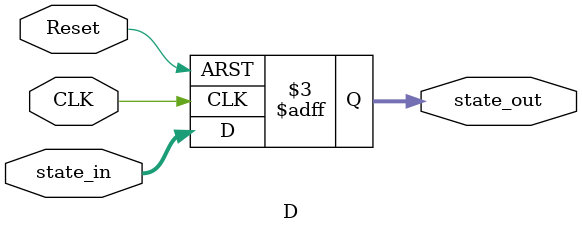
<source format=v>
`timescale 1ns / 1ps


module D(CLK,Reset,state_in,state_out);//D´¥·¢Æ÷
       input CLK;
       input Reset;
       input [2:0] state_in;  //ÏÂÒ»×´Ì¬
       output reg [2:0] state_out; //µ±Ç°×´Ì¬
       
       always @ (negedge CLK or posedge Reset) begin //Ê±ÖÓÏÂ½µÑØ´¥·¢£¬Reset¸ßµçÆ½³õÊ¼»¯
             if(Reset==1) state_out<=3'b000;
             else state_out<=state_in;
       end 
       
endmodule

</source>
